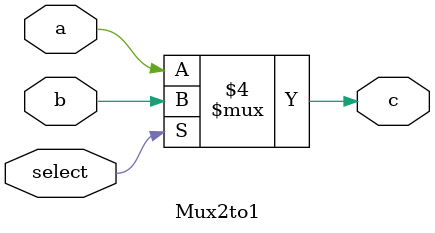
<source format=v>
`timescale 1ns / 1ps

module Mux2to1(
    input a,
    input b,
    input select,
    output c
    );

reg c;

always@(a or b or select)
begin
	if(select == 1'b0)
		c = a;
	else
		c = b;
end

endmodule

</source>
